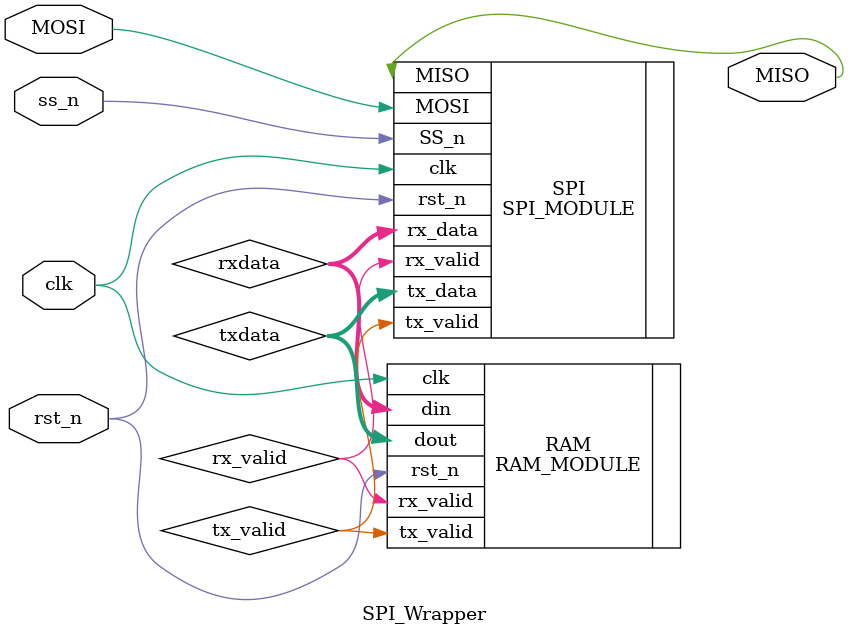
<source format=v>
module SPI_Wrapper (clk,ss_n,MOSI,MISO,rst_n);
parameter MEM_DEPTH = 256 ;
parameter ADDR_SIZE = 8;
input clk , ss_n , MOSI , rst_n;
output MISO; 
wire [9:0] rxdata ;
wire [7:0] txdata ;
wire rx_valid , tx_valid ;

SPI_MODULE SPI(.MOSI(MOSI),.MISO(MISO),.clk(clk),.SS_n(ss_n),.rst_n(rst_n)
,.rx_data(rxdata),.tx_data(txdata),.rx_valid(rx_valid),.tx_valid(tx_valid));

RAM_MODULE #(.MEM_DEPTH(MEM_DEPTH),.ADDR_SIZE(ADDR_SIZE)) RAM (.din(rxdata),.dout(txdata),.clk(clk)
,.rx_valid(rx_valid),.tx_valid(tx_valid),.rst_n(rst_n));
endmodule

</source>
